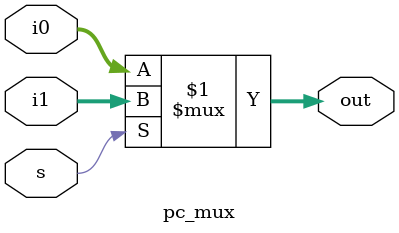
<source format=sv>
module pc_mux #(
    parameter WIDTH = 32
)(
    input  logic    [WIDTH-1:0]     i1,     // input when s = 1
    input  logic    [WIDTH-1:0]     i0,     // input when s = 0
    input  logic                    s,      // select
    output logic    [WIDTH-1:0]     out     // O/P  
);

    assign out = s ? i1 : i0;

endmodule

</source>
